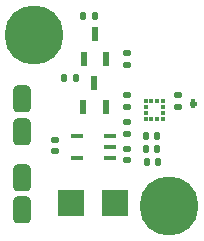
<source format=gbr>
%TF.GenerationSoftware,KiCad,Pcbnew,8.0.4*%
%TF.CreationDate,2025-02-04T23:44:10-05:00*%
%TF.ProjectId,Magnetometer,4d61676e-6574-46f6-9d65-7465722e6b69,rev?*%
%TF.SameCoordinates,Original*%
%TF.FileFunction,Soldermask,Top*%
%TF.FilePolarity,Negative*%
%FSLAX46Y46*%
G04 Gerber Fmt 4.6, Leading zero omitted, Abs format (unit mm)*
G04 Created by KiCad (PCBNEW 8.0.4) date 2025-02-04 23:44:10*
%MOMM*%
%LPD*%
G01*
G04 APERTURE LIST*
G04 Aperture macros list*
%AMRoundRect*
0 Rectangle with rounded corners*
0 $1 Rounding radius*
0 $2 $3 $4 $5 $6 $7 $8 $9 X,Y pos of 4 corners*
0 Add a 4 corners polygon primitive as box body*
4,1,4,$2,$3,$4,$5,$6,$7,$8,$9,$2,$3,0*
0 Add four circle primitives for the rounded corners*
1,1,$1+$1,$2,$3*
1,1,$1+$1,$4,$5*
1,1,$1+$1,$6,$7*
1,1,$1+$1,$8,$9*
0 Add four rect primitives between the rounded corners*
20,1,$1+$1,$2,$3,$4,$5,0*
20,1,$1+$1,$4,$5,$6,$7,0*
20,1,$1+$1,$6,$7,$8,$9,0*
20,1,$1+$1,$8,$9,$2,$3,0*%
G04 Aperture macros list end*
%ADD10C,0.100000*%
%ADD11RoundRect,0.381000X0.381000X-0.762000X0.381000X0.762000X-0.381000X0.762000X-0.381000X-0.762000X0*%
%ADD12C,2.900000*%
%ADD13C,5.000000*%
%ADD14RoundRect,0.135000X-0.185000X0.135000X-0.185000X-0.135000X0.185000X-0.135000X0.185000X0.135000X0*%
%ADD15RoundRect,0.140000X0.140000X0.170000X-0.140000X0.170000X-0.140000X-0.170000X0.140000X-0.170000X0*%
%ADD16R,0.558800X1.270000*%
%ADD17RoundRect,0.381000X-0.381000X0.762000X-0.381000X-0.762000X0.381000X-0.762000X0.381000X0.762000X0*%
%ADD18RoundRect,0.140000X0.170000X-0.140000X0.170000X0.140000X-0.170000X0.140000X-0.170000X-0.140000X0*%
%ADD19RoundRect,0.135000X0.185000X-0.135000X0.185000X0.135000X-0.185000X0.135000X-0.185000X-0.135000X0*%
%ADD20R,0.977900X0.457200*%
%ADD21RoundRect,0.140000X-0.170000X0.140000X-0.170000X-0.140000X0.170000X-0.140000X0.170000X0.140000X0*%
%ADD22RoundRect,0.135000X0.135000X0.185000X-0.135000X0.185000X-0.135000X-0.185000X0.135000X-0.185000X0*%
%ADD23RoundRect,0.080375X-0.110125X0.080375X-0.110125X-0.080375X0.110125X-0.080375X0.110125X0.080375X0*%
%ADD24R,2.184400X2.184400*%
%ADD25R,0.376682X0.351536*%
%ADD26R,0.351536X0.376682*%
G04 APERTURE END LIST*
D10*
X142472000Y-150196000D02*
X142980000Y-150196000D01*
X142980000Y-150450000D01*
X142472000Y-150450000D01*
X142472000Y-150196000D01*
G36*
X142472000Y-150196000D02*
G01*
X142980000Y-150196000D01*
X142980000Y-150450000D01*
X142472000Y-150450000D01*
X142472000Y-150196000D01*
G37*
D11*
%TO.C,J3*%
X128222300Y-152759000D03*
X128222300Y-150009000D03*
%TD*%
D12*
%TO.C,REF\u002A\u002A*%
X129286000Y-144526000D03*
D13*
X129286000Y-144526000D03*
%TD*%
D14*
%TO.C,R1*%
X141478000Y-149604000D03*
X141478000Y-150624000D03*
%TD*%
D15*
%TO.C,C3*%
X139738801Y-155270200D03*
X138778801Y-155270200D03*
%TD*%
D16*
%TO.C,U4*%
X133477000Y-146558000D03*
X135382000Y-146558000D03*
X134429500Y-144475200D03*
%TD*%
D12*
%TO.C,REF\u002A\u002A*%
X140716000Y-159004000D03*
D13*
X140716000Y-159004000D03*
%TD*%
D16*
%TO.C,U2*%
X133413500Y-150672800D03*
X135318500Y-150672800D03*
X134366000Y-148590000D03*
%TD*%
D17*
%TO.C,J1*%
X128270000Y-156616400D03*
X128270000Y-159366400D03*
%TD*%
D18*
%TO.C,C6*%
X137160000Y-152908000D03*
X137160000Y-151948000D03*
%TD*%
D19*
%TO.C,R2*%
X137160000Y-147068000D03*
X137160000Y-146048000D03*
%TD*%
D20*
%TO.C,U5*%
X132924550Y-153075599D03*
X132924550Y-154975601D03*
X135655050Y-154975601D03*
X135655050Y-154025600D03*
X135655050Y-153075599D03*
%TD*%
D21*
%TO.C,C4*%
X131064000Y-153444000D03*
X131064000Y-154404000D03*
%TD*%
D19*
%TO.C,R4*%
X137160000Y-150626000D03*
X137160000Y-149606000D03*
%TD*%
D22*
%TO.C,R5*%
X132790000Y-148170000D03*
X131770000Y-148170000D03*
%TD*%
D21*
%TO.C,C5*%
X137160000Y-154206000D03*
X137160000Y-155166000D03*
%TD*%
D15*
%TO.C,C2*%
X139700000Y-154178000D03*
X138740000Y-154178000D03*
%TD*%
D23*
%TO.C,JP1*%
X142748000Y-150114000D03*
X142748000Y-150553250D03*
%TD*%
D22*
%TO.C,R3*%
X134380000Y-142930000D03*
X133360000Y-142930000D03*
%TD*%
D15*
%TO.C,C1*%
X139700000Y-153115200D03*
X138740000Y-153115200D03*
%TD*%
D24*
%TO.C,CR2*%
X132384800Y-158750000D03*
X136093200Y-158750000D03*
%TD*%
D25*
%TO.C,U1*%
X138695999Y-150125999D03*
X138695999Y-150626000D03*
X138695999Y-151126000D03*
X138695999Y-151626001D03*
D26*
X139196000Y-151626001D03*
X139696000Y-151626001D03*
D25*
X140196001Y-151626001D03*
X140196001Y-151126000D03*
X140196001Y-150626000D03*
X140196001Y-150125999D03*
D26*
X139696000Y-150125999D03*
X139196000Y-150125999D03*
%TD*%
M02*

</source>
